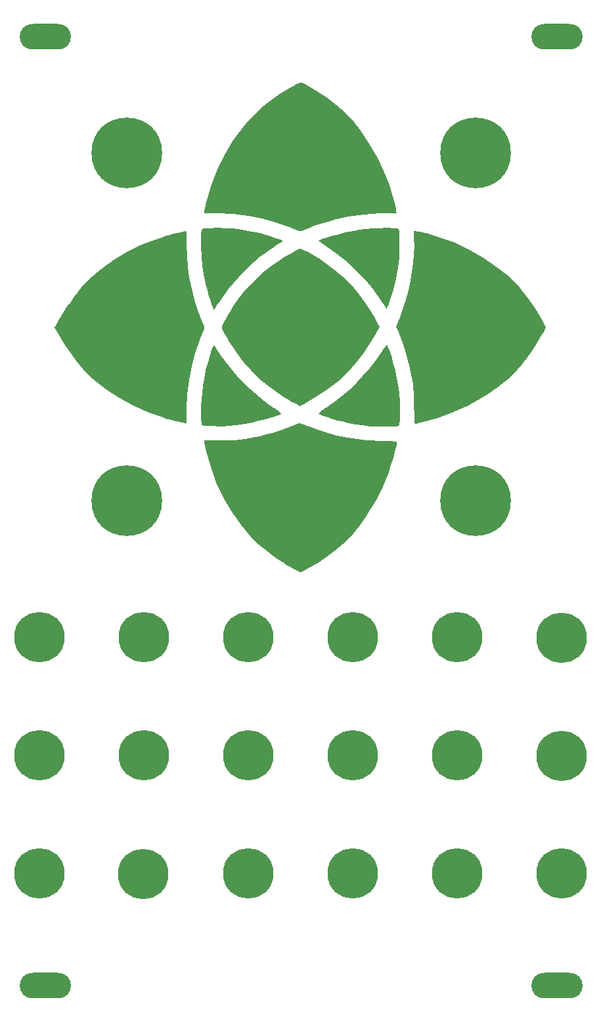
<source format=gbr>
G04 #@! TF.GenerationSoftware,KiCad,Pcbnew,(6.0.5-0)*
G04 #@! TF.CreationDate,2023-09-16T19:37:22-05:00*
G04 #@! TF.ProjectId,bells-venn,62656c6c-732d-4766-956e-6e2e6b696361,rev?*
G04 #@! TF.SameCoordinates,Original*
G04 #@! TF.FileFunction,Soldermask,Bot*
G04 #@! TF.FilePolarity,Negative*
%FSLAX46Y46*%
G04 Gerber Fmt 4.6, Leading zero omitted, Abs format (unit mm)*
G04 Created by KiCad (PCBNEW (6.0.5-0)) date 2023-09-16 19:37:22*
%MOMM*%
%LPD*%
G01*
G04 APERTURE LIST*
%ADD10C,6.502000*%
%ADD11O,6.602000X3.302000*%
%ADD12C,9.102000*%
G04 APERTURE END LIST*
G36*
X49701124Y-60632147D02*
G01*
X49823057Y-60796415D01*
X49973709Y-61033089D01*
X50588127Y-61987835D01*
X51507107Y-63226224D01*
X52547388Y-64451900D01*
X53683815Y-65638927D01*
X54891233Y-66761369D01*
X56144484Y-67793290D01*
X57418414Y-68708754D01*
X57479581Y-68749630D01*
X57814138Y-68980605D01*
X58085987Y-69180537D01*
X58268571Y-69329220D01*
X58335334Y-69406445D01*
X58331997Y-69424572D01*
X58281533Y-69479909D01*
X58156515Y-69546975D01*
X57939178Y-69632330D01*
X57611758Y-69742535D01*
X57156493Y-69884151D01*
X56555619Y-70063738D01*
X56302396Y-70137159D01*
X55441864Y-70364575D01*
X54562468Y-70560347D01*
X53626598Y-70731561D01*
X52596645Y-70885306D01*
X51435000Y-71028667D01*
X51336227Y-71037468D01*
X51027282Y-71050382D01*
X50630843Y-71053951D01*
X50179012Y-71049299D01*
X49703894Y-71037552D01*
X49237591Y-71019837D01*
X48812207Y-70997279D01*
X48459846Y-70971003D01*
X48212611Y-70942136D01*
X48102605Y-70911804D01*
X48071941Y-70832272D01*
X48043322Y-70607438D01*
X48024113Y-70235354D01*
X48013966Y-69708727D01*
X48012534Y-69020266D01*
X48018385Y-68476282D01*
X48051974Y-67549866D01*
X48120508Y-66687158D01*
X48230380Y-65832692D01*
X48387984Y-64931006D01*
X48599714Y-63926635D01*
X48603493Y-63909849D01*
X48702695Y-63499983D01*
X48825572Y-63036797D01*
X48963692Y-62547404D01*
X49108628Y-62058916D01*
X49251949Y-61598446D01*
X49385227Y-61193107D01*
X49500032Y-60870011D01*
X49587934Y-60656271D01*
X49640504Y-60579000D01*
X49701124Y-60632147D01*
G37*
G36*
X46083846Y-45861579D02*
G01*
X46103594Y-46005881D01*
X46121333Y-46285033D01*
X46136045Y-46674729D01*
X46146714Y-47150664D01*
X46152320Y-47688531D01*
X46189437Y-49102146D01*
X46301270Y-50525114D01*
X46495703Y-51903667D01*
X46780995Y-53295446D01*
X47165406Y-54758096D01*
X47235713Y-54994285D01*
X47405990Y-55524750D01*
X47602066Y-56094367D01*
X47809074Y-56662861D01*
X48012144Y-57189956D01*
X48196409Y-57635376D01*
X48347000Y-57958845D01*
X48393263Y-58054627D01*
X48421026Y-58154108D01*
X48418487Y-58274412D01*
X48379090Y-58442804D01*
X48296278Y-58686546D01*
X48163494Y-59032904D01*
X47974182Y-59509142D01*
X47868460Y-59777479D01*
X47241093Y-61566947D01*
X46762655Y-63334550D01*
X46426344Y-65115181D01*
X46225363Y-66943735D01*
X46152910Y-68855107D01*
X46149154Y-69380521D01*
X46142236Y-69854285D01*
X46131080Y-70196394D01*
X46114101Y-70427149D01*
X46089713Y-70566847D01*
X46056332Y-70635789D01*
X46012370Y-70654273D01*
X45921046Y-70647354D01*
X45645149Y-70601242D01*
X45258001Y-70518682D01*
X44792615Y-70407700D01*
X44282000Y-70276318D01*
X43759168Y-70132564D01*
X43257129Y-69984462D01*
X43106802Y-69937814D01*
X41137577Y-69233903D01*
X39249023Y-68383138D01*
X37446468Y-67388437D01*
X35735241Y-66252719D01*
X34120667Y-64978903D01*
X33621420Y-64525798D01*
X32774538Y-63650373D01*
X31928719Y-62648762D01*
X31103568Y-61546250D01*
X30318686Y-60368123D01*
X29593677Y-59139666D01*
X29148916Y-58335333D01*
X29518125Y-57620887D01*
X29635306Y-57402922D01*
X29941727Y-56878220D01*
X30318986Y-56274864D01*
X30743079Y-55628333D01*
X31190002Y-54974111D01*
X31635752Y-54347677D01*
X32056324Y-53784513D01*
X32427715Y-53320100D01*
X32491517Y-53244727D01*
X33465511Y-52207165D01*
X34584800Y-51200671D01*
X35827706Y-50238892D01*
X37172547Y-49335475D01*
X38597643Y-48504067D01*
X40081316Y-47758316D01*
X41601884Y-47111869D01*
X43137667Y-46578373D01*
X43264060Y-46540657D01*
X43600488Y-46446302D01*
X44008314Y-46337422D01*
X44453977Y-46222373D01*
X44903916Y-46109510D01*
X45324572Y-46007189D01*
X45682382Y-45923766D01*
X45943787Y-45867594D01*
X46075225Y-45847031D01*
X46083846Y-45861579D01*
G37*
G36*
X71958542Y-60505986D02*
G01*
X72037698Y-60634084D01*
X72147496Y-60893659D01*
X72280371Y-61260402D01*
X72428757Y-61710002D01*
X72585089Y-62218147D01*
X72741801Y-62760527D01*
X72891327Y-63312832D01*
X73026103Y-63850750D01*
X73138561Y-64349970D01*
X73150275Y-64406142D01*
X73378493Y-65634281D01*
X73532474Y-66785469D01*
X73619483Y-67928041D01*
X73646784Y-69130333D01*
X73646762Y-69171639D01*
X73639934Y-69850585D01*
X73620947Y-70362588D01*
X73589840Y-70706993D01*
X73546649Y-70883148D01*
X73512597Y-70937640D01*
X73407233Y-71023837D01*
X73224453Y-71072961D01*
X72918339Y-71100929D01*
X72795319Y-71106380D01*
X72479705Y-71112747D01*
X72079178Y-71114592D01*
X71625519Y-71112441D01*
X71150508Y-71106824D01*
X70685928Y-71098269D01*
X70263557Y-71087304D01*
X69915178Y-71074457D01*
X69672570Y-71060257D01*
X69567515Y-71045231D01*
X69489127Y-71024533D01*
X69282361Y-70990988D01*
X69003334Y-70956237D01*
X68777197Y-70929569D01*
X67940869Y-70805114D01*
X67041649Y-70637017D01*
X66152816Y-70438586D01*
X66095949Y-70424629D01*
X65613742Y-70298520D01*
X65110209Y-70155025D01*
X64611741Y-70002975D01*
X64144726Y-69851201D01*
X63735556Y-69708531D01*
X63410618Y-69583797D01*
X63196303Y-69485828D01*
X63119000Y-69423454D01*
X63120535Y-69416917D01*
X63206283Y-69325452D01*
X63404168Y-69166578D01*
X63687395Y-68960757D01*
X64029167Y-68728448D01*
X64399679Y-68479842D01*
X65330255Y-67810449D01*
X66217324Y-67099580D01*
X67103364Y-66312035D01*
X68030854Y-65412618D01*
X68812462Y-64600354D01*
X69757905Y-63524639D01*
X70591200Y-62453517D01*
X71338787Y-61354554D01*
X71339975Y-61352683D01*
X71555046Y-61020987D01*
X71739730Y-60749070D01*
X71874397Y-60564967D01*
X71939417Y-60496715D01*
X71958542Y-60505986D01*
G37*
G36*
X72684895Y-45481353D02*
G01*
X73056882Y-45502713D01*
X73292831Y-45535947D01*
X73351735Y-45552055D01*
X73432301Y-45593250D01*
X73485812Y-45676563D01*
X73521694Y-45833714D01*
X73549375Y-46096422D01*
X73578282Y-46496409D01*
X73593064Y-46753991D01*
X73599770Y-47949785D01*
X73516448Y-49244556D01*
X73347889Y-50605324D01*
X73098883Y-51999108D01*
X72774223Y-53392927D01*
X72378699Y-54753801D01*
X72320382Y-54932678D01*
X72187746Y-55322675D01*
X72073420Y-55636149D01*
X71988033Y-55844701D01*
X71942216Y-55919932D01*
X71881646Y-55865382D01*
X71759182Y-55700217D01*
X71607280Y-55463430D01*
X71206484Y-54830395D01*
X70233399Y-53478653D01*
X69124156Y-52153857D01*
X67901300Y-50878708D01*
X66587378Y-49675909D01*
X65204934Y-48568163D01*
X63776513Y-47578171D01*
X63625143Y-47480041D01*
X63366425Y-47305174D01*
X63187509Y-47174290D01*
X63120347Y-47110178D01*
X63134346Y-47088431D01*
X63274585Y-47013077D01*
X63546399Y-46909230D01*
X63926249Y-46783362D01*
X64390595Y-46641945D01*
X64915900Y-46491452D01*
X65478624Y-46338354D01*
X66055227Y-46189125D01*
X66622173Y-46050235D01*
X67155920Y-45928158D01*
X67632931Y-45829365D01*
X68029667Y-45760328D01*
X68056381Y-45756341D01*
X68395639Y-45705007D01*
X68689274Y-45659439D01*
X68876334Y-45629086D01*
X69029675Y-45606131D01*
X69434681Y-45563762D01*
X69933460Y-45528421D01*
X70493181Y-45500799D01*
X71081015Y-45481589D01*
X71664132Y-45471483D01*
X72209702Y-45471173D01*
X72684895Y-45481353D01*
G37*
G36*
X60994609Y-26749062D02*
G01*
X61230579Y-26838826D01*
X61529219Y-26998652D01*
X61927890Y-27227264D01*
X62837127Y-27765460D01*
X64210480Y-28668097D01*
X65438884Y-29594923D01*
X66514239Y-30539653D01*
X67428446Y-31496000D01*
X68582353Y-32937035D01*
X69697118Y-34569112D01*
X70689249Y-36287441D01*
X71547076Y-38069825D01*
X72258930Y-39894067D01*
X72813139Y-41737968D01*
X72824186Y-41781350D01*
X72934806Y-42229046D01*
X73033131Y-42649289D01*
X73108829Y-42996661D01*
X73151570Y-43225745D01*
X73208236Y-43610157D01*
X71825451Y-43597704D01*
X70987417Y-43603106D01*
X68961494Y-43724653D01*
X66981570Y-43998139D01*
X65066334Y-44421286D01*
X64868442Y-44475324D01*
X64335525Y-44632650D01*
X63753367Y-44817897D01*
X63157313Y-45018663D01*
X62582705Y-45222541D01*
X62064888Y-45417127D01*
X61639205Y-45590016D01*
X61341000Y-45728803D01*
X61205911Y-45793301D01*
X60961563Y-45878424D01*
X60790667Y-45897546D01*
X60694232Y-45869184D01*
X60458867Y-45783949D01*
X60138838Y-45658764D01*
X59774667Y-45509122D01*
X59413098Y-45360276D01*
X57654787Y-44727608D01*
X55875259Y-44240914D01*
X54052195Y-43895779D01*
X52163274Y-43687788D01*
X50186178Y-43612527D01*
X49652326Y-43608812D01*
X49181004Y-43601974D01*
X48840961Y-43590862D01*
X48611869Y-43573886D01*
X48473399Y-43549457D01*
X48405222Y-43515987D01*
X48387011Y-43471887D01*
X48389528Y-43444406D01*
X48421881Y-43268211D01*
X48485702Y-42973049D01*
X48573577Y-42592352D01*
X48678089Y-42159553D01*
X48757811Y-41844464D01*
X49362269Y-39847138D01*
X50120178Y-37919962D01*
X51030027Y-36066420D01*
X52090305Y-34290000D01*
X52835318Y-33208437D01*
X53750910Y-32036735D01*
X54720719Y-30968791D01*
X55767763Y-29983207D01*
X56915058Y-29058587D01*
X58185622Y-28173534D01*
X59602472Y-27306652D01*
X59930252Y-27116132D01*
X60289131Y-26912895D01*
X60561245Y-26784821D01*
X60783951Y-26730635D01*
X60994609Y-26749062D01*
G37*
G36*
X60780272Y-70666498D02*
G01*
X60983236Y-70732062D01*
X61276691Y-70841666D01*
X61620484Y-70980788D01*
X61717047Y-71021052D01*
X63605926Y-71723437D01*
X65506914Y-72265897D01*
X67439035Y-72652277D01*
X69421316Y-72886424D01*
X71472783Y-72972183D01*
X71581441Y-72972943D01*
X72092171Y-72979119D01*
X72538234Y-72988681D01*
X72893462Y-73000781D01*
X73131690Y-73014567D01*
X73226750Y-73029189D01*
X73231395Y-73035299D01*
X73241158Y-73171644D01*
X73201732Y-73442635D01*
X73119632Y-73825886D01*
X73001372Y-74299014D01*
X72853465Y-74839634D01*
X72682427Y-75425362D01*
X72494771Y-76033813D01*
X72297011Y-76642603D01*
X72095662Y-77229348D01*
X71897237Y-77771664D01*
X71708251Y-78247165D01*
X71699822Y-78267252D01*
X71171103Y-79424820D01*
X70553939Y-80603482D01*
X69868600Y-81772046D01*
X69135355Y-82899322D01*
X68374476Y-83954118D01*
X67606231Y-84905245D01*
X66850891Y-85721511D01*
X66269069Y-86269402D01*
X65297887Y-87082347D01*
X64210588Y-87889635D01*
X63037071Y-88669461D01*
X61807235Y-89400016D01*
X61497636Y-89569287D01*
X61192630Y-89727114D01*
X60966162Y-89834210D01*
X60852320Y-89873666D01*
X60803846Y-89865746D01*
X60599075Y-89788101D01*
X60290085Y-89639846D01*
X59903575Y-89436091D01*
X59466243Y-89191949D01*
X59004788Y-88922528D01*
X58545908Y-88642939D01*
X58116301Y-88368293D01*
X57742667Y-88113700D01*
X57019804Y-87585883D01*
X56174720Y-86929477D01*
X55427176Y-86302241D01*
X54795250Y-85719480D01*
X54297022Y-85196500D01*
X53178205Y-83826667D01*
X51987058Y-82131080D01*
X50947802Y-80361998D01*
X50058023Y-78514825D01*
X49315310Y-76584967D01*
X48717251Y-74567827D01*
X48653710Y-74315423D01*
X48548137Y-73878641D01*
X48463591Y-73506050D01*
X48407464Y-73230830D01*
X48387149Y-73086160D01*
X48387297Y-72898000D01*
X50228649Y-72892737D01*
X50893315Y-72886652D01*
X51606667Y-72865941D01*
X52267929Y-72826529D01*
X52931482Y-72764068D01*
X53651712Y-72674210D01*
X54483000Y-72552607D01*
X54926744Y-72471466D01*
X55576093Y-72324214D01*
X56311371Y-72134150D01*
X57093727Y-71912773D01*
X57884311Y-71671583D01*
X58644273Y-71422080D01*
X59334762Y-71175764D01*
X59916927Y-70944135D01*
X60038106Y-70893096D01*
X60345926Y-70771073D01*
X60587176Y-70686173D01*
X60717820Y-70654333D01*
X60780272Y-70666498D01*
G37*
G36*
X50349469Y-45474799D02*
G01*
X50851360Y-45480166D01*
X51306880Y-45490810D01*
X51682078Y-45506782D01*
X51943000Y-45528133D01*
X52836426Y-45646157D01*
X53649863Y-45769740D01*
X54394237Y-45903049D01*
X55120599Y-46055257D01*
X55880000Y-46235537D01*
X56007511Y-46268523D01*
X56350855Y-46364983D01*
X56748446Y-46484278D01*
X57169351Y-46616240D01*
X57582636Y-46750701D01*
X57957367Y-46877493D01*
X58262612Y-46986448D01*
X58467437Y-47067399D01*
X58540908Y-47110178D01*
X58534084Y-47119684D01*
X58427564Y-47204739D01*
X58212150Y-47357613D01*
X57913860Y-47560185D01*
X57558709Y-47794333D01*
X57186486Y-48041751D01*
X55639249Y-49186840D01*
X54168751Y-50464550D01*
X52796460Y-51853535D01*
X51543845Y-53332450D01*
X50432372Y-54879951D01*
X50277319Y-55114379D01*
X50040621Y-55464952D01*
X49844859Y-55745828D01*
X49707023Y-55932831D01*
X49644099Y-56001784D01*
X49639065Y-56000415D01*
X49581968Y-55904098D01*
X49490402Y-55675641D01*
X49372892Y-55342293D01*
X49237962Y-54931300D01*
X49094136Y-54469910D01*
X48949938Y-53985371D01*
X48813892Y-53504930D01*
X48694521Y-53055835D01*
X48600349Y-52665333D01*
X48430924Y-51850695D01*
X48196160Y-50432261D01*
X48044574Y-49059077D01*
X47979319Y-47763308D01*
X48003548Y-46577120D01*
X48027091Y-46213098D01*
X48052591Y-45911384D01*
X48083281Y-45722884D01*
X48127467Y-45617294D01*
X48193455Y-45564309D01*
X48289550Y-45533623D01*
X48332777Y-45525332D01*
X48557240Y-45505080D01*
X48905093Y-45489849D01*
X49342383Y-45479692D01*
X49835159Y-45474658D01*
X50349469Y-45474799D01*
G37*
G36*
X61033372Y-48221216D02*
G01*
X61355247Y-48360308D01*
X61791113Y-48585285D01*
X62353363Y-48901718D01*
X62600487Y-49048666D01*
X63218145Y-49443198D01*
X63887341Y-49901962D01*
X64575067Y-50400098D01*
X65248317Y-50912748D01*
X65874086Y-51415053D01*
X66419366Y-51882156D01*
X66851152Y-52289197D01*
X67039458Y-52484214D01*
X67708283Y-53237435D01*
X68398063Y-54098010D01*
X69080230Y-55025923D01*
X69726213Y-55981158D01*
X70307443Y-56923701D01*
X70795350Y-57813536D01*
X71003322Y-58223073D01*
X70488923Y-59152952D01*
X69848724Y-60253584D01*
X68913709Y-61668723D01*
X67913828Y-62959918D01*
X66831927Y-64144037D01*
X65650849Y-65237946D01*
X64353440Y-66258514D01*
X62922542Y-67222607D01*
X61341000Y-68147093D01*
X61297888Y-68170666D01*
X61036920Y-68311854D01*
X60847141Y-68411996D01*
X60767086Y-68450707D01*
X60732721Y-68442036D01*
X60570453Y-68368984D01*
X60310348Y-68236157D01*
X59984505Y-68060978D01*
X59625023Y-67860867D01*
X59264001Y-67653246D01*
X58933536Y-67455538D01*
X57777653Y-66709130D01*
X56519682Y-65791720D01*
X55395855Y-64842106D01*
X54386922Y-63843805D01*
X53473634Y-62780333D01*
X53163970Y-62377592D01*
X52779887Y-61850966D01*
X52392288Y-61293982D01*
X52014177Y-60727468D01*
X51658558Y-60172253D01*
X51338436Y-59649167D01*
X51066815Y-59179036D01*
X50856699Y-58782691D01*
X50721092Y-58480959D01*
X50673000Y-58294670D01*
X50691386Y-58206059D01*
X50788544Y-57966151D01*
X50957629Y-57624035D01*
X51185546Y-57203570D01*
X51459199Y-56728614D01*
X51765492Y-56223027D01*
X52091330Y-55710666D01*
X52852157Y-54604337D01*
X53769586Y-53431223D01*
X54738786Y-52369534D01*
X55789123Y-51389945D01*
X56949962Y-50463131D01*
X58250667Y-49559769D01*
X58351471Y-49494285D01*
X58848008Y-49180726D01*
X59339913Y-48883404D01*
X59799875Y-48617769D01*
X60200584Y-48399274D01*
X60514731Y-48243370D01*
X60715004Y-48165508D01*
X60813093Y-48162440D01*
X61033372Y-48221216D01*
G37*
G36*
X75755635Y-45881811D02*
G01*
X75871764Y-45902524D01*
X76177807Y-45966186D01*
X76560026Y-46052989D01*
X76962000Y-46150371D01*
X78776364Y-46672725D01*
X80725976Y-47397089D01*
X82599014Y-48271953D01*
X84397891Y-49298578D01*
X86125016Y-50478225D01*
X87782801Y-51812155D01*
X87942892Y-51956083D01*
X88473185Y-52488091D01*
X89047159Y-53135157D01*
X89643533Y-53868448D01*
X90241024Y-54659130D01*
X90818349Y-55478368D01*
X91354228Y-56297330D01*
X91827377Y-57087182D01*
X92216515Y-57819089D01*
X92455224Y-58305808D01*
X92074612Y-59035429D01*
X92048404Y-59085384D01*
X91627264Y-59830905D01*
X91124032Y-60635331D01*
X90564281Y-61463250D01*
X89973584Y-62279250D01*
X89377516Y-63047919D01*
X88801649Y-63733844D01*
X88271557Y-64301613D01*
X88063995Y-64502586D01*
X87456452Y-65044907D01*
X86748417Y-65623846D01*
X85975839Y-66210672D01*
X85174667Y-66776656D01*
X84204080Y-67404080D01*
X82406436Y-68409793D01*
X80530695Y-69267167D01*
X78585394Y-69972482D01*
X76579073Y-70522016D01*
X76289936Y-70588027D01*
X75958275Y-70661355D01*
X75714150Y-70712474D01*
X75596207Y-70733086D01*
X75572553Y-70705698D01*
X75542579Y-70560485D01*
X75516878Y-70282273D01*
X75494879Y-69861981D01*
X75476011Y-69290527D01*
X75459705Y-68558833D01*
X75447363Y-67990525D01*
X75424472Y-67277597D01*
X75393765Y-66675911D01*
X75352903Y-66150970D01*
X75299546Y-65668276D01*
X75231351Y-65193333D01*
X75167423Y-64811780D01*
X74913537Y-63560504D01*
X74592395Y-62281335D01*
X74218273Y-61023503D01*
X73805450Y-59836239D01*
X73368202Y-58768773D01*
X73111229Y-58196029D01*
X73460855Y-57376681D01*
X73601076Y-57035398D01*
X73880601Y-56291825D01*
X74161696Y-55471990D01*
X74425886Y-54633234D01*
X74654694Y-53832901D01*
X74829646Y-53128333D01*
X75001359Y-52280603D01*
X75186915Y-51138091D01*
X75328655Y-49977996D01*
X75422271Y-48844200D01*
X75463455Y-47780585D01*
X75447899Y-46831033D01*
X75395935Y-45825400D01*
X75755635Y-45881811D01*
G37*
G36*
X49701124Y-60632147D02*
G01*
X49823057Y-60796415D01*
X49973709Y-61033089D01*
X50588127Y-61987835D01*
X51507107Y-63226224D01*
X52547388Y-64451900D01*
X53683815Y-65638927D01*
X54891233Y-66761369D01*
X56144484Y-67793290D01*
X57418414Y-68708754D01*
X57479581Y-68749630D01*
X57814138Y-68980605D01*
X58085987Y-69180537D01*
X58268571Y-69329220D01*
X58335334Y-69406445D01*
X58331997Y-69424572D01*
X58281533Y-69479909D01*
X58156515Y-69546975D01*
X57939178Y-69632330D01*
X57611758Y-69742535D01*
X57156493Y-69884151D01*
X56555619Y-70063738D01*
X56302396Y-70137159D01*
X55441864Y-70364575D01*
X54562468Y-70560347D01*
X53626598Y-70731561D01*
X52596645Y-70885306D01*
X51435000Y-71028667D01*
X51336227Y-71037468D01*
X51027282Y-71050382D01*
X50630843Y-71053951D01*
X50179012Y-71049299D01*
X49703894Y-71037552D01*
X49237591Y-71019837D01*
X48812207Y-70997279D01*
X48459846Y-70971003D01*
X48212611Y-70942136D01*
X48102605Y-70911804D01*
X48071941Y-70832272D01*
X48043322Y-70607438D01*
X48024113Y-70235354D01*
X48013966Y-69708727D01*
X48012534Y-69020266D01*
X48018385Y-68476282D01*
X48051974Y-67549866D01*
X48120508Y-66687158D01*
X48230380Y-65832692D01*
X48387984Y-64931006D01*
X48599714Y-63926635D01*
X48603493Y-63909849D01*
X48702695Y-63499983D01*
X48825572Y-63036797D01*
X48963692Y-62547404D01*
X49108628Y-62058916D01*
X49251949Y-61598446D01*
X49385227Y-61193107D01*
X49500032Y-60870011D01*
X49587934Y-60656271D01*
X49640504Y-60579000D01*
X49701124Y-60632147D01*
G37*
G36*
X46083846Y-45861579D02*
G01*
X46103594Y-46005881D01*
X46121333Y-46285033D01*
X46136045Y-46674729D01*
X46146714Y-47150664D01*
X46152320Y-47688531D01*
X46189437Y-49102146D01*
X46301270Y-50525114D01*
X46495703Y-51903667D01*
X46780995Y-53295446D01*
X47165406Y-54758096D01*
X47235713Y-54994285D01*
X47405990Y-55524750D01*
X47602066Y-56094367D01*
X47809074Y-56662861D01*
X48012144Y-57189956D01*
X48196409Y-57635376D01*
X48347000Y-57958845D01*
X48393263Y-58054627D01*
X48421026Y-58154108D01*
X48418487Y-58274412D01*
X48379090Y-58442804D01*
X48296278Y-58686546D01*
X48163494Y-59032904D01*
X47974182Y-59509142D01*
X47868460Y-59777479D01*
X47241093Y-61566947D01*
X46762655Y-63334550D01*
X46426344Y-65115181D01*
X46225363Y-66943735D01*
X46152910Y-68855107D01*
X46149154Y-69380521D01*
X46142236Y-69854285D01*
X46131080Y-70196394D01*
X46114101Y-70427149D01*
X46089713Y-70566847D01*
X46056332Y-70635789D01*
X46012370Y-70654273D01*
X45921046Y-70647354D01*
X45645149Y-70601242D01*
X45258001Y-70518682D01*
X44792615Y-70407700D01*
X44282000Y-70276318D01*
X43759168Y-70132564D01*
X43257129Y-69984462D01*
X43106802Y-69937814D01*
X41137577Y-69233903D01*
X39249023Y-68383138D01*
X37446468Y-67388437D01*
X35735241Y-66252719D01*
X34120667Y-64978903D01*
X33621420Y-64525798D01*
X32774538Y-63650373D01*
X31928719Y-62648762D01*
X31103568Y-61546250D01*
X30318686Y-60368123D01*
X29593677Y-59139666D01*
X29148916Y-58335333D01*
X29518125Y-57620887D01*
X29635306Y-57402922D01*
X29941727Y-56878220D01*
X30318986Y-56274864D01*
X30743079Y-55628333D01*
X31190002Y-54974111D01*
X31635752Y-54347677D01*
X32056324Y-53784513D01*
X32427715Y-53320100D01*
X32491517Y-53244727D01*
X33465511Y-52207165D01*
X34584800Y-51200671D01*
X35827706Y-50238892D01*
X37172547Y-49335475D01*
X38597643Y-48504067D01*
X40081316Y-47758316D01*
X41601884Y-47111869D01*
X43137667Y-46578373D01*
X43264060Y-46540657D01*
X43600488Y-46446302D01*
X44008314Y-46337422D01*
X44453977Y-46222373D01*
X44903916Y-46109510D01*
X45324572Y-46007189D01*
X45682382Y-45923766D01*
X45943787Y-45867594D01*
X46075225Y-45847031D01*
X46083846Y-45861579D01*
G37*
G36*
X71958542Y-60505986D02*
G01*
X72037698Y-60634084D01*
X72147496Y-60893659D01*
X72280371Y-61260402D01*
X72428757Y-61710002D01*
X72585089Y-62218147D01*
X72741801Y-62760527D01*
X72891327Y-63312832D01*
X73026103Y-63850750D01*
X73138561Y-64349970D01*
X73150275Y-64406142D01*
X73378493Y-65634281D01*
X73532474Y-66785469D01*
X73619483Y-67928041D01*
X73646784Y-69130333D01*
X73646762Y-69171639D01*
X73639934Y-69850585D01*
X73620947Y-70362588D01*
X73589840Y-70706993D01*
X73546649Y-70883148D01*
X73512597Y-70937640D01*
X73407233Y-71023837D01*
X73224453Y-71072961D01*
X72918339Y-71100929D01*
X72795319Y-71106380D01*
X72479705Y-71112747D01*
X72079178Y-71114592D01*
X71625519Y-71112441D01*
X71150508Y-71106824D01*
X70685928Y-71098269D01*
X70263557Y-71087304D01*
X69915178Y-71074457D01*
X69672570Y-71060257D01*
X69567515Y-71045231D01*
X69489127Y-71024533D01*
X69282361Y-70990988D01*
X69003334Y-70956237D01*
X68777197Y-70929569D01*
X67940869Y-70805114D01*
X67041649Y-70637017D01*
X66152816Y-70438586D01*
X66095949Y-70424629D01*
X65613742Y-70298520D01*
X65110209Y-70155025D01*
X64611741Y-70002975D01*
X64144726Y-69851201D01*
X63735556Y-69708531D01*
X63410618Y-69583797D01*
X63196303Y-69485828D01*
X63119000Y-69423454D01*
X63120535Y-69416917D01*
X63206283Y-69325452D01*
X63404168Y-69166578D01*
X63687395Y-68960757D01*
X64029167Y-68728448D01*
X64399679Y-68479842D01*
X65330255Y-67810449D01*
X66217324Y-67099580D01*
X67103364Y-66312035D01*
X68030854Y-65412618D01*
X68812462Y-64600354D01*
X69757905Y-63524639D01*
X70591200Y-62453517D01*
X71338787Y-61354554D01*
X71339975Y-61352683D01*
X71555046Y-61020987D01*
X71739730Y-60749070D01*
X71874397Y-60564967D01*
X71939417Y-60496715D01*
X71958542Y-60505986D01*
G37*
G36*
X72684895Y-45481353D02*
G01*
X73056882Y-45502713D01*
X73292831Y-45535947D01*
X73351735Y-45552055D01*
X73432301Y-45593250D01*
X73485812Y-45676563D01*
X73521694Y-45833714D01*
X73549375Y-46096422D01*
X73578282Y-46496409D01*
X73593064Y-46753991D01*
X73599770Y-47949785D01*
X73516448Y-49244556D01*
X73347889Y-50605324D01*
X73098883Y-51999108D01*
X72774223Y-53392927D01*
X72378699Y-54753801D01*
X72320382Y-54932678D01*
X72187746Y-55322675D01*
X72073420Y-55636149D01*
X71988033Y-55844701D01*
X71942216Y-55919932D01*
X71881646Y-55865382D01*
X71759182Y-55700217D01*
X71607280Y-55463430D01*
X71206484Y-54830395D01*
X70233399Y-53478653D01*
X69124156Y-52153857D01*
X67901300Y-50878708D01*
X66587378Y-49675909D01*
X65204934Y-48568163D01*
X63776513Y-47578171D01*
X63625143Y-47480041D01*
X63366425Y-47305174D01*
X63187509Y-47174290D01*
X63120347Y-47110178D01*
X63134346Y-47088431D01*
X63274585Y-47013077D01*
X63546399Y-46909230D01*
X63926249Y-46783362D01*
X64390595Y-46641945D01*
X64915900Y-46491452D01*
X65478624Y-46338354D01*
X66055227Y-46189125D01*
X66622173Y-46050235D01*
X67155920Y-45928158D01*
X67632931Y-45829365D01*
X68029667Y-45760328D01*
X68056381Y-45756341D01*
X68395639Y-45705007D01*
X68689274Y-45659439D01*
X68876334Y-45629086D01*
X69029675Y-45606131D01*
X69434681Y-45563762D01*
X69933460Y-45528421D01*
X70493181Y-45500799D01*
X71081015Y-45481589D01*
X71664132Y-45471483D01*
X72209702Y-45471173D01*
X72684895Y-45481353D01*
G37*
G36*
X60994609Y-26749062D02*
G01*
X61230579Y-26838826D01*
X61529219Y-26998652D01*
X61927890Y-27227264D01*
X62837127Y-27765460D01*
X64210480Y-28668097D01*
X65438884Y-29594923D01*
X66514239Y-30539653D01*
X67428446Y-31496000D01*
X68582353Y-32937035D01*
X69697118Y-34569112D01*
X70689249Y-36287441D01*
X71547076Y-38069825D01*
X72258930Y-39894067D01*
X72813139Y-41737968D01*
X72824186Y-41781350D01*
X72934806Y-42229046D01*
X73033131Y-42649289D01*
X73108829Y-42996661D01*
X73151570Y-43225745D01*
X73208236Y-43610157D01*
X71825451Y-43597704D01*
X70987417Y-43603106D01*
X68961494Y-43724653D01*
X66981570Y-43998139D01*
X65066334Y-44421286D01*
X64868442Y-44475324D01*
X64335525Y-44632650D01*
X63753367Y-44817897D01*
X63157313Y-45018663D01*
X62582705Y-45222541D01*
X62064888Y-45417127D01*
X61639205Y-45590016D01*
X61341000Y-45728803D01*
X61205911Y-45793301D01*
X60961563Y-45878424D01*
X60790667Y-45897546D01*
X60694232Y-45869184D01*
X60458867Y-45783949D01*
X60138838Y-45658764D01*
X59774667Y-45509122D01*
X59413098Y-45360276D01*
X57654787Y-44727608D01*
X55875259Y-44240914D01*
X54052195Y-43895779D01*
X52163274Y-43687788D01*
X50186178Y-43612527D01*
X49652326Y-43608812D01*
X49181004Y-43601974D01*
X48840961Y-43590862D01*
X48611869Y-43573886D01*
X48473399Y-43549457D01*
X48405222Y-43515987D01*
X48387011Y-43471887D01*
X48389528Y-43444406D01*
X48421881Y-43268211D01*
X48485702Y-42973049D01*
X48573577Y-42592352D01*
X48678089Y-42159553D01*
X48757811Y-41844464D01*
X49362269Y-39847138D01*
X50120178Y-37919962D01*
X51030027Y-36066420D01*
X52090305Y-34290000D01*
X52835318Y-33208437D01*
X53750910Y-32036735D01*
X54720719Y-30968791D01*
X55767763Y-29983207D01*
X56915058Y-29058587D01*
X58185622Y-28173534D01*
X59602472Y-27306652D01*
X59930252Y-27116132D01*
X60289131Y-26912895D01*
X60561245Y-26784821D01*
X60783951Y-26730635D01*
X60994609Y-26749062D01*
G37*
G36*
X60780272Y-70666498D02*
G01*
X60983236Y-70732062D01*
X61276691Y-70841666D01*
X61620484Y-70980788D01*
X61717047Y-71021052D01*
X63605926Y-71723437D01*
X65506914Y-72265897D01*
X67439035Y-72652277D01*
X69421316Y-72886424D01*
X71472783Y-72972183D01*
X71581441Y-72972943D01*
X72092171Y-72979119D01*
X72538234Y-72988681D01*
X72893462Y-73000781D01*
X73131690Y-73014567D01*
X73226750Y-73029189D01*
X73231395Y-73035299D01*
X73241158Y-73171644D01*
X73201732Y-73442635D01*
X73119632Y-73825886D01*
X73001372Y-74299014D01*
X72853465Y-74839634D01*
X72682427Y-75425362D01*
X72494771Y-76033813D01*
X72297011Y-76642603D01*
X72095662Y-77229348D01*
X71897237Y-77771664D01*
X71708251Y-78247165D01*
X71699822Y-78267252D01*
X71171103Y-79424820D01*
X70553939Y-80603482D01*
X69868600Y-81772046D01*
X69135355Y-82899322D01*
X68374476Y-83954118D01*
X67606231Y-84905245D01*
X66850891Y-85721511D01*
X66269069Y-86269402D01*
X65297887Y-87082347D01*
X64210588Y-87889635D01*
X63037071Y-88669461D01*
X61807235Y-89400016D01*
X61497636Y-89569287D01*
X61192630Y-89727114D01*
X60966162Y-89834210D01*
X60852320Y-89873666D01*
X60803846Y-89865746D01*
X60599075Y-89788101D01*
X60290085Y-89639846D01*
X59903575Y-89436091D01*
X59466243Y-89191949D01*
X59004788Y-88922528D01*
X58545908Y-88642939D01*
X58116301Y-88368293D01*
X57742667Y-88113700D01*
X57019804Y-87585883D01*
X56174720Y-86929477D01*
X55427176Y-86302241D01*
X54795250Y-85719480D01*
X54297022Y-85196500D01*
X53178205Y-83826667D01*
X51987058Y-82131080D01*
X50947802Y-80361998D01*
X50058023Y-78514825D01*
X49315310Y-76584967D01*
X48717251Y-74567827D01*
X48653710Y-74315423D01*
X48548137Y-73878641D01*
X48463591Y-73506050D01*
X48407464Y-73230830D01*
X48387149Y-73086160D01*
X48387297Y-72898000D01*
X50228649Y-72892737D01*
X50893315Y-72886652D01*
X51606667Y-72865941D01*
X52267929Y-72826529D01*
X52931482Y-72764068D01*
X53651712Y-72674210D01*
X54483000Y-72552607D01*
X54926744Y-72471466D01*
X55576093Y-72324214D01*
X56311371Y-72134150D01*
X57093727Y-71912773D01*
X57884311Y-71671583D01*
X58644273Y-71422080D01*
X59334762Y-71175764D01*
X59916927Y-70944135D01*
X60038106Y-70893096D01*
X60345926Y-70771073D01*
X60587176Y-70686173D01*
X60717820Y-70654333D01*
X60780272Y-70666498D01*
G37*
G36*
X50349469Y-45474799D02*
G01*
X50851360Y-45480166D01*
X51306880Y-45490810D01*
X51682078Y-45506782D01*
X51943000Y-45528133D01*
X52836426Y-45646157D01*
X53649863Y-45769740D01*
X54394237Y-45903049D01*
X55120599Y-46055257D01*
X55880000Y-46235537D01*
X56007511Y-46268523D01*
X56350855Y-46364983D01*
X56748446Y-46484278D01*
X57169351Y-46616240D01*
X57582636Y-46750701D01*
X57957367Y-46877493D01*
X58262612Y-46986448D01*
X58467437Y-47067399D01*
X58540908Y-47110178D01*
X58534084Y-47119684D01*
X58427564Y-47204739D01*
X58212150Y-47357613D01*
X57913860Y-47560185D01*
X57558709Y-47794333D01*
X57186486Y-48041751D01*
X55639249Y-49186840D01*
X54168751Y-50464550D01*
X52796460Y-51853535D01*
X51543845Y-53332450D01*
X50432372Y-54879951D01*
X50277319Y-55114379D01*
X50040621Y-55464952D01*
X49844859Y-55745828D01*
X49707023Y-55932831D01*
X49644099Y-56001784D01*
X49639065Y-56000415D01*
X49581968Y-55904098D01*
X49490402Y-55675641D01*
X49372892Y-55342293D01*
X49237962Y-54931300D01*
X49094136Y-54469910D01*
X48949938Y-53985371D01*
X48813892Y-53504930D01*
X48694521Y-53055835D01*
X48600349Y-52665333D01*
X48430924Y-51850695D01*
X48196160Y-50432261D01*
X48044574Y-49059077D01*
X47979319Y-47763308D01*
X48003548Y-46577120D01*
X48027091Y-46213098D01*
X48052591Y-45911384D01*
X48083281Y-45722884D01*
X48127467Y-45617294D01*
X48193455Y-45564309D01*
X48289550Y-45533623D01*
X48332777Y-45525332D01*
X48557240Y-45505080D01*
X48905093Y-45489849D01*
X49342383Y-45479692D01*
X49835159Y-45474658D01*
X50349469Y-45474799D01*
G37*
G36*
X61033372Y-48221216D02*
G01*
X61355247Y-48360308D01*
X61791113Y-48585285D01*
X62353363Y-48901718D01*
X62600487Y-49048666D01*
X63218145Y-49443198D01*
X63887341Y-49901962D01*
X64575067Y-50400098D01*
X65248317Y-50912748D01*
X65874086Y-51415053D01*
X66419366Y-51882156D01*
X66851152Y-52289197D01*
X67039458Y-52484214D01*
X67708283Y-53237435D01*
X68398063Y-54098010D01*
X69080230Y-55025923D01*
X69726213Y-55981158D01*
X70307443Y-56923701D01*
X70795350Y-57813536D01*
X71003322Y-58223073D01*
X70488923Y-59152952D01*
X69848724Y-60253584D01*
X68913709Y-61668723D01*
X67913828Y-62959918D01*
X66831927Y-64144037D01*
X65650849Y-65237946D01*
X64353440Y-66258514D01*
X62922542Y-67222607D01*
X61341000Y-68147093D01*
X61297888Y-68170666D01*
X61036920Y-68311854D01*
X60847141Y-68411996D01*
X60767086Y-68450707D01*
X60732721Y-68442036D01*
X60570453Y-68368984D01*
X60310348Y-68236157D01*
X59984505Y-68060978D01*
X59625023Y-67860867D01*
X59264001Y-67653246D01*
X58933536Y-67455538D01*
X57777653Y-66709130D01*
X56519682Y-65791720D01*
X55395855Y-64842106D01*
X54386922Y-63843805D01*
X53473634Y-62780333D01*
X53163970Y-62377592D01*
X52779887Y-61850966D01*
X52392288Y-61293982D01*
X52014177Y-60727468D01*
X51658558Y-60172253D01*
X51338436Y-59649167D01*
X51066815Y-59179036D01*
X50856699Y-58782691D01*
X50721092Y-58480959D01*
X50673000Y-58294670D01*
X50691386Y-58206059D01*
X50788544Y-57966151D01*
X50957629Y-57624035D01*
X51185546Y-57203570D01*
X51459199Y-56728614D01*
X51765492Y-56223027D01*
X52091330Y-55710666D01*
X52852157Y-54604337D01*
X53769586Y-53431223D01*
X54738786Y-52369534D01*
X55789123Y-51389945D01*
X56949962Y-50463131D01*
X58250667Y-49559769D01*
X58351471Y-49494285D01*
X58848008Y-49180726D01*
X59339913Y-48883404D01*
X59799875Y-48617769D01*
X60200584Y-48399274D01*
X60514731Y-48243370D01*
X60715004Y-48165508D01*
X60813093Y-48162440D01*
X61033372Y-48221216D01*
G37*
G36*
X75755635Y-45881811D02*
G01*
X75871764Y-45902524D01*
X76177807Y-45966186D01*
X76560026Y-46052989D01*
X76962000Y-46150371D01*
X78776364Y-46672725D01*
X80725976Y-47397089D01*
X82599014Y-48271953D01*
X84397891Y-49298578D01*
X86125016Y-50478225D01*
X87782801Y-51812155D01*
X87942892Y-51956083D01*
X88473185Y-52488091D01*
X89047159Y-53135157D01*
X89643533Y-53868448D01*
X90241024Y-54659130D01*
X90818349Y-55478368D01*
X91354228Y-56297330D01*
X91827377Y-57087182D01*
X92216515Y-57819089D01*
X92455224Y-58305808D01*
X92074612Y-59035429D01*
X92048404Y-59085384D01*
X91627264Y-59830905D01*
X91124032Y-60635331D01*
X90564281Y-61463250D01*
X89973584Y-62279250D01*
X89377516Y-63047919D01*
X88801649Y-63733844D01*
X88271557Y-64301613D01*
X88063995Y-64502586D01*
X87456452Y-65044907D01*
X86748417Y-65623846D01*
X85975839Y-66210672D01*
X85174667Y-66776656D01*
X84204080Y-67404080D01*
X82406436Y-68409793D01*
X80530695Y-69267167D01*
X78585394Y-69972482D01*
X76579073Y-70522016D01*
X76289936Y-70588027D01*
X75958275Y-70661355D01*
X75714150Y-70712474D01*
X75596207Y-70733086D01*
X75572553Y-70705698D01*
X75542579Y-70560485D01*
X75516878Y-70282273D01*
X75494879Y-69861981D01*
X75476011Y-69290527D01*
X75459705Y-68558833D01*
X75447363Y-67990525D01*
X75424472Y-67277597D01*
X75393765Y-66675911D01*
X75352903Y-66150970D01*
X75299546Y-65668276D01*
X75231351Y-65193333D01*
X75167423Y-64811780D01*
X74913537Y-63560504D01*
X74592395Y-62281335D01*
X74218273Y-61023503D01*
X73805450Y-59836239D01*
X73368202Y-58768773D01*
X73111229Y-58196029D01*
X73460855Y-57376681D01*
X73601076Y-57035398D01*
X73880601Y-56291825D01*
X74161696Y-55471990D01*
X74425886Y-54633234D01*
X74654694Y-53832901D01*
X74829646Y-53128333D01*
X75001359Y-52280603D01*
X75186915Y-51138091D01*
X75328655Y-49977996D01*
X75422271Y-48844200D01*
X75463455Y-47780585D01*
X75447899Y-46831033D01*
X75395935Y-45825400D01*
X75755635Y-45881811D01*
G37*
D10*
X67564000Y-98298000D03*
X81026000Y-98298000D03*
X40640000Y-98298000D03*
X54102000Y-98298000D03*
X40640000Y-113538000D03*
X94488000Y-113601500D03*
X81026000Y-113538000D03*
X54102000Y-113538000D03*
X67564000Y-113538000D03*
X27178000Y-113538000D03*
X40576500Y-128841500D03*
X54102000Y-128778000D03*
X67564000Y-128778000D03*
X27178000Y-128778000D03*
X94488000Y-128778000D03*
X81026000Y-128778000D03*
D11*
X93853000Y-143256000D03*
X93853000Y-20828000D03*
X27940000Y-20828000D03*
X27940000Y-143256000D03*
D10*
X27178000Y-98298000D03*
D12*
X38430200Y-80695800D03*
X38430200Y-35763200D03*
X83362800Y-35763200D03*
D10*
X94488000Y-98361500D03*
D12*
X83362800Y-80683100D03*
M02*

</source>
